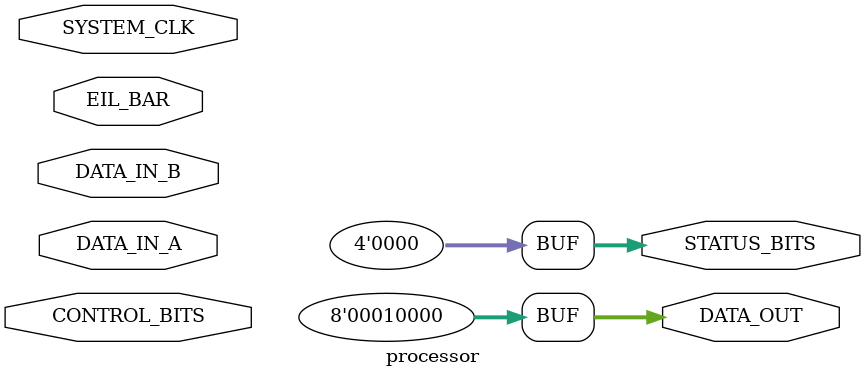
<source format=v>

module processor(
    input  [7:0]    DATA_IN_A,          // 
    input  [7:0]    DATA_IN_B,          // 
    input           SYSTEM_CLK,         //
    input           EIL_BAR,            //
    input  [23:13]  CONTROL_BITS,       //
    output [3:0]    STATUS_BITS,        // 
    output [7:0]    DATA_OUT            // 
);

assign STATUS_BITS = 4'h0;
assign DATA_OUT = 8'h10;

// wire [3:0]      STATUS_BITS;

// REGISTER_A SECTION

// REGISTER_B SECTION

// MUX_A SECTION

// MUX_B SECTION

// TEMP_REGISTER_A SECTION

// TEMP_REGISTER_B SECTION

// ALU SECTION

// REGISTER_F SECTION

// ZP_BIT SECTION

endmodule

</source>
